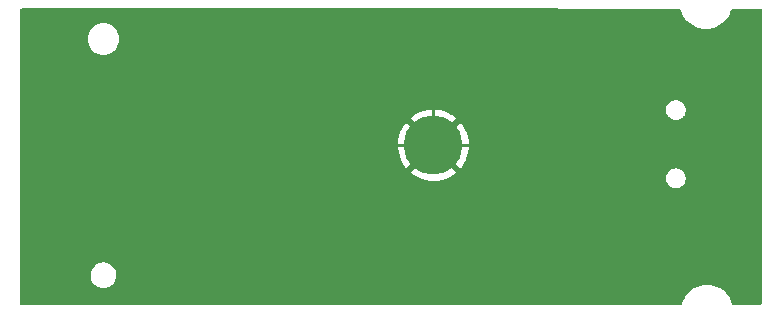
<source format=gbr>
%TF.GenerationSoftware,KiCad,Pcbnew,(6.0.1)*%
%TF.CreationDate,2022-03-02T01:05:38-06:00*%
%TF.ProjectId,m2-USBC-Adapter-Rev2,6d322d55-5342-4432-9d41-646170746572,rev?*%
%TF.SameCoordinates,Original*%
%TF.FileFunction,Copper,L2,Bot*%
%TF.FilePolarity,Positive*%
%FSLAX46Y46*%
G04 Gerber Fmt 4.6, Leading zero omitted, Abs format (unit mm)*
G04 Created by KiCad (PCBNEW (6.0.1)) date 2022-03-02 01:05:38*
%MOMM*%
%LPD*%
G01*
G04 APERTURE LIST*
%TA.AperFunction,ComponentPad*%
%ADD10C,5.000000*%
%TD*%
%TA.AperFunction,ViaPad*%
%ADD11C,0.800000*%
%TD*%
%TA.AperFunction,Conductor*%
%ADD12C,0.254000*%
%TD*%
G04 APERTURE END LIST*
D10*
%TO.P,H1,1,1*%
%TO.N,GND*%
X222972155Y-54377844D03*
%TD*%
D11*
%TO.N,GND*%
X227150000Y-61200000D03*
X202250000Y-54400000D03*
X246935655Y-54114345D03*
X242250000Y-46900000D03*
X223150000Y-44600000D03*
X211150000Y-49200000D03*
X239350000Y-59700000D03*
X211350000Y-61600000D03*
%TD*%
D12*
%TO.N,GND*%
X218572156Y-54377844D02*
X211350000Y-61600000D01*
X222972155Y-44777845D02*
X223150000Y-44600000D01*
X222972155Y-54377844D02*
X222972155Y-44777845D01*
X222972155Y-54377844D02*
X218572156Y-54377844D01*
X234027844Y-54377844D02*
X239350000Y-59700000D01*
X222972155Y-54377844D02*
X227150000Y-58555689D01*
X216327844Y-54377844D02*
X211150000Y-49200000D01*
X227150000Y-58555689D02*
X227150000Y-61200000D01*
X222972155Y-54377844D02*
X216327844Y-54377844D01*
X222972155Y-54377844D02*
X202172156Y-54377844D01*
X222972155Y-54377844D02*
X234027844Y-54377844D01*
%TD*%
%TA.AperFunction,Conductor*%
%TO.N,GND*%
G36*
X243800342Y-42807419D02*
G01*
X243868442Y-42827493D01*
X243914878Y-42881198D01*
X243919522Y-42892917D01*
X244005697Y-43146778D01*
X244007518Y-43150471D01*
X244007519Y-43150473D01*
X244038416Y-43213125D01*
X244133713Y-43406369D01*
X244294517Y-43647030D01*
X244297231Y-43650124D01*
X244297235Y-43650130D01*
X244482649Y-43861553D01*
X244485358Y-43864642D01*
X244488447Y-43867351D01*
X244699870Y-44052765D01*
X244699876Y-44052769D01*
X244702970Y-44055483D01*
X244943631Y-44216287D01*
X244947330Y-44218111D01*
X244947335Y-44218114D01*
X245199527Y-44342481D01*
X245203222Y-44344303D01*
X245207120Y-44345626D01*
X245207122Y-44345627D01*
X245473391Y-44436014D01*
X245473395Y-44436015D01*
X245477301Y-44437341D01*
X245481345Y-44438145D01*
X245481351Y-44438147D01*
X245757137Y-44493004D01*
X245757140Y-44493004D01*
X245761180Y-44493808D01*
X245765291Y-44494077D01*
X245765295Y-44494078D01*
X246019593Y-44510745D01*
X246037566Y-44511923D01*
X246045881Y-44512468D01*
X246050000Y-44512738D01*
X246054119Y-44512468D01*
X246062435Y-44511923D01*
X246080407Y-44510745D01*
X246334705Y-44494078D01*
X246334709Y-44494077D01*
X246338820Y-44493808D01*
X246342860Y-44493004D01*
X246342863Y-44493004D01*
X246618649Y-44438147D01*
X246618655Y-44438145D01*
X246622699Y-44437341D01*
X246626605Y-44436015D01*
X246626609Y-44436014D01*
X246892878Y-44345627D01*
X246892880Y-44345626D01*
X246896778Y-44344303D01*
X246900473Y-44342481D01*
X247152665Y-44218114D01*
X247152670Y-44218111D01*
X247156369Y-44216287D01*
X247397030Y-44055483D01*
X247400124Y-44052769D01*
X247400130Y-44052765D01*
X247611553Y-43867351D01*
X247614642Y-43864642D01*
X247617351Y-43861553D01*
X247802765Y-43650130D01*
X247802769Y-43650124D01*
X247805483Y-43647030D01*
X247966287Y-43406369D01*
X248061585Y-43213125D01*
X248092481Y-43150473D01*
X248092482Y-43150471D01*
X248094303Y-43146778D01*
X248095627Y-43142878D01*
X248095629Y-43142874D01*
X248181452Y-42890047D01*
X248222289Y-42831970D01*
X248288042Y-42805192D01*
X248299972Y-42804550D01*
X250637362Y-42789847D01*
X250705608Y-42809421D01*
X250752437Y-42862783D01*
X250764155Y-42915845D01*
X250764155Y-67747935D01*
X250744153Y-67816056D01*
X250690497Y-67862549D01*
X250638971Y-67873932D01*
X248399200Y-67888433D01*
X248330951Y-67868873D01*
X248284112Y-67815519D01*
X248279071Y-67802938D01*
X248195627Y-67557122D01*
X248195626Y-67557120D01*
X248194303Y-67553222D01*
X248192481Y-67549527D01*
X248068114Y-67297335D01*
X248068111Y-67297330D01*
X248066287Y-67293631D01*
X247905483Y-67052970D01*
X247902769Y-67049876D01*
X247902765Y-67049870D01*
X247717351Y-66838447D01*
X247714642Y-66835358D01*
X247711553Y-66832649D01*
X247500130Y-66647235D01*
X247500124Y-66647231D01*
X247497030Y-66644517D01*
X247256369Y-66483713D01*
X247252670Y-66481889D01*
X247252665Y-66481886D01*
X247000473Y-66357519D01*
X247000471Y-66357518D01*
X246996778Y-66355697D01*
X246939964Y-66336411D01*
X246726609Y-66263986D01*
X246726605Y-66263985D01*
X246722699Y-66262659D01*
X246718655Y-66261855D01*
X246718649Y-66261853D01*
X246442863Y-66206996D01*
X246442860Y-66206996D01*
X246438820Y-66206192D01*
X246434709Y-66205923D01*
X246434705Y-66205922D01*
X246154119Y-66187532D01*
X246150000Y-66187262D01*
X246145881Y-66187532D01*
X245865295Y-66205922D01*
X245865291Y-66205923D01*
X245861180Y-66206192D01*
X245857140Y-66206996D01*
X245857137Y-66206996D01*
X245581351Y-66261853D01*
X245581345Y-66261855D01*
X245577301Y-66262659D01*
X245573395Y-66263985D01*
X245573391Y-66263986D01*
X245360036Y-66336411D01*
X245303222Y-66355697D01*
X245299529Y-66357518D01*
X245299527Y-66357519D01*
X245047335Y-66481886D01*
X245047330Y-66481889D01*
X245043631Y-66483713D01*
X244802970Y-66644517D01*
X244799876Y-66647231D01*
X244799870Y-66647235D01*
X244588447Y-66832649D01*
X244585358Y-66835358D01*
X244582649Y-66838447D01*
X244397235Y-67049870D01*
X244397231Y-67049876D01*
X244394517Y-67052970D01*
X244233713Y-67293631D01*
X244231889Y-67297330D01*
X244231886Y-67297335D01*
X244107519Y-67549527D01*
X244105697Y-67553222D01*
X244104374Y-67557120D01*
X244104373Y-67557122D01*
X244019792Y-67806287D01*
X243978955Y-67864363D01*
X243913202Y-67891141D01*
X243900430Y-67891785D01*
X188106106Y-67870052D01*
X188037993Y-67850023D01*
X187991521Y-67796350D01*
X187980155Y-67744052D01*
X187980155Y-65314675D01*
X193945026Y-65314675D01*
X193954586Y-65521205D01*
X194003026Y-65722201D01*
X194088600Y-65910412D01*
X194208220Y-66079045D01*
X194212543Y-66083183D01*
X194212547Y-66083188D01*
X194340757Y-66205922D01*
X194357570Y-66222017D01*
X194362609Y-66225271D01*
X194362612Y-66225273D01*
X194453206Y-66283768D01*
X194531261Y-66334167D01*
X194536824Y-66336409D01*
X194536828Y-66336411D01*
X194717456Y-66409206D01*
X194717459Y-66409207D01*
X194723025Y-66411450D01*
X194823716Y-66431113D01*
X194921497Y-66450209D01*
X194921500Y-66450209D01*
X194925943Y-66451077D01*
X194931402Y-66451344D01*
X195083806Y-66451344D01*
X195237972Y-66436635D01*
X195436362Y-66378434D01*
X195480509Y-66355697D01*
X195614837Y-66286514D01*
X195614840Y-66286512D01*
X195620168Y-66283768D01*
X195782756Y-66156053D01*
X195918261Y-65999897D01*
X196021793Y-65820936D01*
X196089616Y-65625625D01*
X196119284Y-65421013D01*
X196109724Y-65214483D01*
X196061284Y-65013487D01*
X195975710Y-64825276D01*
X195856090Y-64656643D01*
X195851767Y-64652505D01*
X195851763Y-64652500D01*
X195711073Y-64517819D01*
X195706740Y-64513671D01*
X195701701Y-64510417D01*
X195701698Y-64510415D01*
X195538090Y-64404776D01*
X195538091Y-64404776D01*
X195533049Y-64401521D01*
X195527486Y-64399279D01*
X195527482Y-64399277D01*
X195346854Y-64326482D01*
X195346851Y-64326481D01*
X195341285Y-64324238D01*
X195220969Y-64300742D01*
X195142813Y-64285479D01*
X195142810Y-64285479D01*
X195138367Y-64284611D01*
X195132908Y-64284344D01*
X194980504Y-64284344D01*
X194826338Y-64299053D01*
X194627948Y-64357254D01*
X194622621Y-64359998D01*
X194622620Y-64359998D01*
X194449473Y-64449174D01*
X194449470Y-64449176D01*
X194444142Y-64451920D01*
X194281554Y-64579635D01*
X194146049Y-64735791D01*
X194042517Y-64914752D01*
X193974694Y-65110063D01*
X193973833Y-65115998D01*
X193973833Y-65116000D01*
X193960399Y-65208655D01*
X193945026Y-65314675D01*
X187980155Y-65314675D01*
X187980155Y-56679525D01*
X221036015Y-56679525D01*
X221036033Y-56679777D01*
X221041948Y-56688521D01*
X221073266Y-56717018D01*
X221078903Y-56721582D01*
X221354699Y-56919762D01*
X221360837Y-56923657D01*
X221657590Y-57088828D01*
X221664110Y-57091980D01*
X221977893Y-57221953D01*
X221984744Y-57224339D01*
X222311367Y-57317380D01*
X222318456Y-57318964D01*
X222653620Y-57373850D01*
X222660826Y-57374607D01*
X223000081Y-57390606D01*
X223007331Y-57390530D01*
X223346165Y-57367431D01*
X223353374Y-57366520D01*
X223687315Y-57304628D01*
X223694345Y-57302901D01*
X224018974Y-57203031D01*
X224025752Y-57200511D01*
X224206788Y-57121042D01*
X242668547Y-57121042D01*
X242668904Y-57127859D01*
X242668904Y-57127863D01*
X242676716Y-57276916D01*
X242678025Y-57301891D01*
X242679836Y-57308464D01*
X242679836Y-57308467D01*
X242702440Y-57390530D01*
X242726116Y-57476485D01*
X242810577Y-57636680D01*
X242814982Y-57641893D01*
X242814985Y-57641897D01*
X242923061Y-57769787D01*
X242923065Y-57769791D01*
X242927468Y-57775001D01*
X242932892Y-57779148D01*
X242932893Y-57779149D01*
X243065912Y-57880850D01*
X243065916Y-57880853D01*
X243071333Y-57884994D01*
X243158027Y-57925420D01*
X243229286Y-57958649D01*
X243229289Y-57958650D01*
X243235463Y-57961529D01*
X243242111Y-57963015D01*
X243242114Y-57963016D01*
X243348076Y-57986701D01*
X243412198Y-58001034D01*
X243417743Y-58001344D01*
X243550899Y-58001344D01*
X243685692Y-57986701D01*
X243803845Y-57946938D01*
X243850859Y-57931116D01*
X243850861Y-57931115D01*
X243857330Y-57928938D01*
X244012560Y-57835667D01*
X244017517Y-57830979D01*
X244017520Y-57830977D01*
X244139182Y-57715926D01*
X244139184Y-57715924D01*
X244144140Y-57711237D01*
X244147972Y-57705599D01*
X244147975Y-57705595D01*
X244242097Y-57567099D01*
X244245932Y-57561456D01*
X244313185Y-57393310D01*
X244314299Y-57386582D01*
X244314300Y-57386578D01*
X244341648Y-57221383D01*
X244341648Y-57221380D01*
X244342763Y-57214646D01*
X244342155Y-57203031D01*
X244333642Y-57040610D01*
X244333285Y-57033797D01*
X244309959Y-56949110D01*
X244287007Y-56865785D01*
X244285194Y-56859203D01*
X244200733Y-56699008D01*
X244196328Y-56693795D01*
X244196325Y-56693791D01*
X244088249Y-56565901D01*
X244088245Y-56565897D01*
X244083842Y-56560687D01*
X244078417Y-56556539D01*
X243945398Y-56454838D01*
X243945394Y-56454835D01*
X243939977Y-56450694D01*
X243834841Y-56401669D01*
X243782024Y-56377039D01*
X243782021Y-56377038D01*
X243775847Y-56374159D01*
X243769199Y-56372673D01*
X243769196Y-56372672D01*
X243604149Y-56335780D01*
X243604150Y-56335780D01*
X243599112Y-56334654D01*
X243593567Y-56334344D01*
X243460411Y-56334344D01*
X243325618Y-56348987D01*
X243242264Y-56377039D01*
X243160451Y-56404572D01*
X243160449Y-56404573D01*
X243153980Y-56406750D01*
X242998750Y-56500021D01*
X242993793Y-56504709D01*
X242993790Y-56504711D01*
X242938984Y-56556539D01*
X242867170Y-56624451D01*
X242863338Y-56630089D01*
X242863335Y-56630093D01*
X242812395Y-56705049D01*
X242765378Y-56774232D01*
X242698125Y-56942378D01*
X242697011Y-56949106D01*
X242697010Y-56949110D01*
X242678535Y-57060708D01*
X242668547Y-57121042D01*
X224206788Y-57121042D01*
X224336758Y-57063989D01*
X224343198Y-57060708D01*
X224636448Y-56889346D01*
X224642481Y-56885337D01*
X224900983Y-56691249D01*
X224909437Y-56679922D01*
X224902692Y-56667592D01*
X222984965Y-54749864D01*
X222971024Y-54742252D01*
X222969189Y-54742383D01*
X222962575Y-54746634D01*
X221043629Y-56665581D01*
X221036015Y-56679525D01*
X187980155Y-56679525D01*
X187980155Y-54286831D01*
X219960639Y-54286831D01*
X219969529Y-54626349D01*
X219970135Y-54633565D01*
X220017990Y-54969807D01*
X220019424Y-54976918D01*
X220105610Y-55305439D01*
X220107847Y-55312322D01*
X220231219Y-55628758D01*
X220234236Y-55635347D01*
X220393157Y-55935496D01*
X220396916Y-55941704D01*
X220589284Y-56221601D01*
X220593729Y-56227330D01*
X220660898Y-56304328D01*
X220674072Y-56312732D01*
X220683924Y-56306864D01*
X222600135Y-54390654D01*
X222606512Y-54378975D01*
X223336563Y-54378975D01*
X223336694Y-54380810D01*
X223340945Y-54387424D01*
X225258423Y-56304901D01*
X225271777Y-56312193D01*
X225281749Y-56305139D01*
X225388796Y-56177111D01*
X225393112Y-56171300D01*
X225579587Y-55887419D01*
X225583201Y-55881157D01*
X225735813Y-55577726D01*
X225738685Y-55571088D01*
X225855404Y-55252137D01*
X225857500Y-55245195D01*
X225936786Y-54914947D01*
X225938070Y-54907808D01*
X225978971Y-54569817D01*
X225979395Y-54564247D01*
X225985165Y-54380641D01*
X225985092Y-54375048D01*
X225965493Y-54035147D01*
X225964661Y-54027957D01*
X225906268Y-53693373D01*
X225904613Y-53686318D01*
X225808153Y-53360678D01*
X225805695Y-53353850D01*
X225672445Y-53041452D01*
X225669228Y-53034969D01*
X225500943Y-52739933D01*
X225497011Y-52733878D01*
X225295929Y-52460139D01*
X225291321Y-52454570D01*
X225285985Y-52448828D01*
X225272333Y-52440710D01*
X225271725Y-52440731D01*
X225263247Y-52445963D01*
X223344175Y-54365034D01*
X223336563Y-54378975D01*
X222606512Y-54378975D01*
X222607747Y-54376713D01*
X222607616Y-54374878D01*
X222603365Y-54368264D01*
X220684529Y-52449429D01*
X220671736Y-52442443D01*
X220660982Y-52450308D01*
X220500192Y-52655371D01*
X220496057Y-52661320D01*
X220318595Y-52950912D01*
X220315174Y-52957291D01*
X220172171Y-53265366D01*
X220169511Y-53272085D01*
X220062866Y-53594551D01*
X220060989Y-53601555D01*
X219992116Y-53934132D01*
X219991059Y-53941293D01*
X219960867Y-54279579D01*
X219960639Y-54286831D01*
X187980155Y-54286831D01*
X187980155Y-52078892D01*
X221037287Y-52078892D01*
X221043682Y-52090160D01*
X222959345Y-54005824D01*
X222973286Y-54013436D01*
X222975121Y-54013305D01*
X222981735Y-54009054D01*
X224899229Y-52091560D01*
X224906621Y-52078023D01*
X224899834Y-52068323D01*
X224796631Y-51980179D01*
X224790859Y-51975797D01*
X224508951Y-51786363D01*
X224502730Y-51782683D01*
X224200912Y-51626904D01*
X224194301Y-51623960D01*
X223876594Y-51503909D01*
X223869668Y-51501738D01*
X223540267Y-51418999D01*
X223533160Y-51417643D01*
X223196433Y-51373312D01*
X223189191Y-51372781D01*
X222849622Y-51367446D01*
X222842360Y-51367750D01*
X222504411Y-51401482D01*
X222497263Y-51402614D01*
X222165418Y-51474968D01*
X222158440Y-51476916D01*
X221837115Y-51586930D01*
X221830408Y-51589667D01*
X221523862Y-51735883D01*
X221517504Y-51739378D01*
X221229809Y-51919849D01*
X221223886Y-51924058D01*
X221045756Y-52066767D01*
X221037287Y-52078892D01*
X187980155Y-52078892D01*
X187980155Y-51341042D01*
X242668547Y-51341042D01*
X242668904Y-51347859D01*
X242668904Y-51347863D01*
X242673806Y-51441383D01*
X242678025Y-51521891D01*
X242679836Y-51528464D01*
X242679836Y-51528467D01*
X242703206Y-51613310D01*
X242726116Y-51696485D01*
X242810577Y-51856680D01*
X242814982Y-51861893D01*
X242814985Y-51861897D01*
X242923061Y-51989787D01*
X242923065Y-51989791D01*
X242927468Y-51995001D01*
X242932892Y-51999148D01*
X242932893Y-51999149D01*
X243065912Y-52100850D01*
X243065916Y-52100853D01*
X243071333Y-52104994D01*
X243158027Y-52145420D01*
X243229286Y-52178649D01*
X243229289Y-52178650D01*
X243235463Y-52181529D01*
X243242111Y-52183015D01*
X243242114Y-52183016D01*
X243348076Y-52206701D01*
X243412198Y-52221034D01*
X243417743Y-52221344D01*
X243550899Y-52221344D01*
X243685692Y-52206701D01*
X243803845Y-52166938D01*
X243850859Y-52151116D01*
X243850861Y-52151115D01*
X243857330Y-52148938D01*
X244012560Y-52055667D01*
X244017517Y-52050979D01*
X244017520Y-52050977D01*
X244139182Y-51935926D01*
X244139184Y-51935924D01*
X244144140Y-51931237D01*
X244147972Y-51925599D01*
X244147975Y-51925595D01*
X244242097Y-51787099D01*
X244245932Y-51781456D01*
X244313185Y-51613310D01*
X244314299Y-51606582D01*
X244314300Y-51606578D01*
X244341648Y-51441383D01*
X244341648Y-51441380D01*
X244342763Y-51434646D01*
X244341085Y-51402614D01*
X244333642Y-51260610D01*
X244333285Y-51253797D01*
X244309959Y-51169110D01*
X244287007Y-51085785D01*
X244285194Y-51079203D01*
X244200733Y-50919008D01*
X244196328Y-50913795D01*
X244196325Y-50913791D01*
X244088249Y-50785901D01*
X244088245Y-50785897D01*
X244083842Y-50780687D01*
X244078417Y-50776539D01*
X243945398Y-50674838D01*
X243945394Y-50674835D01*
X243939977Y-50670694D01*
X243834841Y-50621669D01*
X243782024Y-50597039D01*
X243782021Y-50597038D01*
X243775847Y-50594159D01*
X243769199Y-50592673D01*
X243769196Y-50592672D01*
X243604149Y-50555780D01*
X243604150Y-50555780D01*
X243599112Y-50554654D01*
X243593567Y-50554344D01*
X243460411Y-50554344D01*
X243325618Y-50568987D01*
X243242264Y-50597039D01*
X243160451Y-50624572D01*
X243160449Y-50624573D01*
X243153980Y-50626750D01*
X242998750Y-50720021D01*
X242993793Y-50724709D01*
X242993790Y-50724711D01*
X242938984Y-50776539D01*
X242867170Y-50844451D01*
X242863338Y-50850089D01*
X242863335Y-50850093D01*
X242812395Y-50925049D01*
X242765378Y-50994232D01*
X242698125Y-51162378D01*
X242697011Y-51169106D01*
X242697010Y-51169110D01*
X242669662Y-51334305D01*
X242668547Y-51341042D01*
X187980155Y-51341042D01*
X187980155Y-45367844D01*
X193693561Y-45367844D01*
X193713897Y-45600288D01*
X193774288Y-45825670D01*
X193776610Y-45830650D01*
X193776611Y-45830652D01*
X193870573Y-46032154D01*
X193870576Y-46032159D01*
X193872899Y-46037141D01*
X194006733Y-46228276D01*
X194171723Y-46393266D01*
X194176231Y-46396423D01*
X194176234Y-46396425D01*
X194358349Y-46523943D01*
X194362858Y-46527100D01*
X194367840Y-46529423D01*
X194367845Y-46529426D01*
X194569347Y-46623388D01*
X194574329Y-46625711D01*
X194579637Y-46627133D01*
X194579639Y-46627134D01*
X194650208Y-46646043D01*
X194799711Y-46686102D01*
X194891009Y-46694089D01*
X194971205Y-46701106D01*
X194971214Y-46701106D01*
X194973930Y-46701344D01*
X195090380Y-46701344D01*
X195093096Y-46701106D01*
X195093105Y-46701106D01*
X195173301Y-46694089D01*
X195264599Y-46686102D01*
X195414102Y-46646043D01*
X195484671Y-46627134D01*
X195484673Y-46627133D01*
X195489981Y-46625711D01*
X195494963Y-46623388D01*
X195696465Y-46529426D01*
X195696470Y-46529423D01*
X195701452Y-46527100D01*
X195705961Y-46523943D01*
X195888076Y-46396425D01*
X195888079Y-46396423D01*
X195892587Y-46393266D01*
X196057577Y-46228276D01*
X196191411Y-46037141D01*
X196193734Y-46032159D01*
X196193737Y-46032154D01*
X196287699Y-45830652D01*
X196287700Y-45830650D01*
X196290022Y-45825670D01*
X196350413Y-45600288D01*
X196370749Y-45367844D01*
X196350413Y-45135400D01*
X196290022Y-44910018D01*
X196287699Y-44905036D01*
X196193737Y-44703534D01*
X196193734Y-44703529D01*
X196191411Y-44698547D01*
X196188254Y-44694038D01*
X196060736Y-44511923D01*
X196060734Y-44511920D01*
X196057577Y-44507412D01*
X195892587Y-44342422D01*
X195888079Y-44339265D01*
X195888076Y-44339263D01*
X195705961Y-44211745D01*
X195705959Y-44211744D01*
X195701452Y-44208588D01*
X195696470Y-44206265D01*
X195696465Y-44206262D01*
X195494963Y-44112300D01*
X195494961Y-44112299D01*
X195489981Y-44109977D01*
X195484673Y-44108555D01*
X195484671Y-44108554D01*
X195414102Y-44089645D01*
X195264599Y-44049586D01*
X195173301Y-44041599D01*
X195093105Y-44034582D01*
X195093096Y-44034582D01*
X195090380Y-44034344D01*
X194973930Y-44034344D01*
X194971214Y-44034582D01*
X194971205Y-44034582D01*
X194891009Y-44041599D01*
X194799711Y-44049586D01*
X194650208Y-44089645D01*
X194579639Y-44108554D01*
X194579637Y-44108555D01*
X194574329Y-44109977D01*
X194569349Y-44112299D01*
X194569347Y-44112300D01*
X194367845Y-44206262D01*
X194367840Y-44206265D01*
X194362858Y-44208588D01*
X194358351Y-44211744D01*
X194358349Y-44211745D01*
X194176234Y-44339263D01*
X194176231Y-44339265D01*
X194171723Y-44342422D01*
X194006733Y-44507412D01*
X194003576Y-44511920D01*
X194003574Y-44511923D01*
X193876056Y-44694038D01*
X193872899Y-44698547D01*
X193870576Y-44703529D01*
X193870573Y-44703534D01*
X193776611Y-44905036D01*
X193774288Y-44910018D01*
X193713897Y-45135400D01*
X193693561Y-45367844D01*
X187980155Y-45367844D01*
X187980155Y-42911844D01*
X188000157Y-42843723D01*
X188053813Y-42797230D01*
X188106155Y-42785844D01*
X223371808Y-42785844D01*
X243800342Y-42807419D01*
G37*
%TD.AperFunction*%
%TD*%
%TA.AperFunction,Conductor*%
%TO.N,GND*%
G36*
X243800342Y-42807419D02*
G01*
X243868442Y-42827493D01*
X243914878Y-42881198D01*
X243919522Y-42892917D01*
X244005697Y-43146778D01*
X244007518Y-43150471D01*
X244007519Y-43150473D01*
X244038416Y-43213125D01*
X244133713Y-43406369D01*
X244294517Y-43647030D01*
X244297231Y-43650124D01*
X244297235Y-43650130D01*
X244482649Y-43861553D01*
X244485358Y-43864642D01*
X244488447Y-43867351D01*
X244699870Y-44052765D01*
X244699876Y-44052769D01*
X244702970Y-44055483D01*
X244943631Y-44216287D01*
X244947330Y-44218111D01*
X244947335Y-44218114D01*
X245199527Y-44342481D01*
X245203222Y-44344303D01*
X245207120Y-44345626D01*
X245207122Y-44345627D01*
X245473391Y-44436014D01*
X245473395Y-44436015D01*
X245477301Y-44437341D01*
X245481345Y-44438145D01*
X245481351Y-44438147D01*
X245757137Y-44493004D01*
X245757140Y-44493004D01*
X245761180Y-44493808D01*
X245765291Y-44494077D01*
X245765295Y-44494078D01*
X246019593Y-44510745D01*
X246037566Y-44511923D01*
X246045881Y-44512468D01*
X246050000Y-44512738D01*
X246054119Y-44512468D01*
X246062435Y-44511923D01*
X246080407Y-44510745D01*
X246334705Y-44494078D01*
X246334709Y-44494077D01*
X246338820Y-44493808D01*
X246342860Y-44493004D01*
X246342863Y-44493004D01*
X246618649Y-44438147D01*
X246618655Y-44438145D01*
X246622699Y-44437341D01*
X246626605Y-44436015D01*
X246626609Y-44436014D01*
X246892878Y-44345627D01*
X246892880Y-44345626D01*
X246896778Y-44344303D01*
X246900473Y-44342481D01*
X247152665Y-44218114D01*
X247152670Y-44218111D01*
X247156369Y-44216287D01*
X247397030Y-44055483D01*
X247400124Y-44052769D01*
X247400130Y-44052765D01*
X247611553Y-43867351D01*
X247614642Y-43864642D01*
X247617351Y-43861553D01*
X247802765Y-43650130D01*
X247802769Y-43650124D01*
X247805483Y-43647030D01*
X247966287Y-43406369D01*
X248061585Y-43213125D01*
X248092481Y-43150473D01*
X248092482Y-43150471D01*
X248094303Y-43146778D01*
X248095627Y-43142878D01*
X248095629Y-43142874D01*
X248181452Y-42890047D01*
X248222289Y-42831970D01*
X248288042Y-42805192D01*
X248299972Y-42804550D01*
X250637362Y-42789847D01*
X250705608Y-42809421D01*
X250752437Y-42862783D01*
X250764155Y-42915845D01*
X250764155Y-67747935D01*
X250744153Y-67816056D01*
X250690497Y-67862549D01*
X250638971Y-67873932D01*
X248399200Y-67888433D01*
X248330951Y-67868873D01*
X248284112Y-67815519D01*
X248279071Y-67802938D01*
X248195627Y-67557122D01*
X248195626Y-67557120D01*
X248194303Y-67553222D01*
X248192481Y-67549527D01*
X248068114Y-67297335D01*
X248068111Y-67297330D01*
X248066287Y-67293631D01*
X247905483Y-67052970D01*
X247902769Y-67049876D01*
X247902765Y-67049870D01*
X247717351Y-66838447D01*
X247714642Y-66835358D01*
X247711553Y-66832649D01*
X247500130Y-66647235D01*
X247500124Y-66647231D01*
X247497030Y-66644517D01*
X247256369Y-66483713D01*
X247252670Y-66481889D01*
X247252665Y-66481886D01*
X247000473Y-66357519D01*
X247000471Y-66357518D01*
X246996778Y-66355697D01*
X246939964Y-66336411D01*
X246726609Y-66263986D01*
X246726605Y-66263985D01*
X246722699Y-66262659D01*
X246718655Y-66261855D01*
X246718649Y-66261853D01*
X246442863Y-66206996D01*
X246442860Y-66206996D01*
X246438820Y-66206192D01*
X246434709Y-66205923D01*
X246434705Y-66205922D01*
X246154119Y-66187532D01*
X246150000Y-66187262D01*
X246145881Y-66187532D01*
X245865295Y-66205922D01*
X245865291Y-66205923D01*
X245861180Y-66206192D01*
X245857140Y-66206996D01*
X245857137Y-66206996D01*
X245581351Y-66261853D01*
X245581345Y-66261855D01*
X245577301Y-66262659D01*
X245573395Y-66263985D01*
X245573391Y-66263986D01*
X245360036Y-66336411D01*
X245303222Y-66355697D01*
X245299529Y-66357518D01*
X245299527Y-66357519D01*
X245047335Y-66481886D01*
X245047330Y-66481889D01*
X245043631Y-66483713D01*
X244802970Y-66644517D01*
X244799876Y-66647231D01*
X244799870Y-66647235D01*
X244588447Y-66832649D01*
X244585358Y-66835358D01*
X244582649Y-66838447D01*
X244397235Y-67049870D01*
X244397231Y-67049876D01*
X244394517Y-67052970D01*
X244233713Y-67293631D01*
X244231889Y-67297330D01*
X244231886Y-67297335D01*
X244107519Y-67549527D01*
X244105697Y-67553222D01*
X244104374Y-67557120D01*
X244104373Y-67557122D01*
X244019792Y-67806287D01*
X243978955Y-67864363D01*
X243913202Y-67891141D01*
X243900430Y-67891785D01*
X188106106Y-67870052D01*
X188037993Y-67850023D01*
X187991521Y-67796350D01*
X187980155Y-67744052D01*
X187980155Y-65314675D01*
X193945026Y-65314675D01*
X193954586Y-65521205D01*
X194003026Y-65722201D01*
X194088600Y-65910412D01*
X194208220Y-66079045D01*
X194212543Y-66083183D01*
X194212547Y-66083188D01*
X194340757Y-66205922D01*
X194357570Y-66222017D01*
X194362609Y-66225271D01*
X194362612Y-66225273D01*
X194453206Y-66283768D01*
X194531261Y-66334167D01*
X194536824Y-66336409D01*
X194536828Y-66336411D01*
X194717456Y-66409206D01*
X194717459Y-66409207D01*
X194723025Y-66411450D01*
X194823716Y-66431113D01*
X194921497Y-66450209D01*
X194921500Y-66450209D01*
X194925943Y-66451077D01*
X194931402Y-66451344D01*
X195083806Y-66451344D01*
X195237972Y-66436635D01*
X195436362Y-66378434D01*
X195480509Y-66355697D01*
X195614837Y-66286514D01*
X195614840Y-66286512D01*
X195620168Y-66283768D01*
X195782756Y-66156053D01*
X195918261Y-65999897D01*
X196021793Y-65820936D01*
X196089616Y-65625625D01*
X196119284Y-65421013D01*
X196109724Y-65214483D01*
X196061284Y-65013487D01*
X195975710Y-64825276D01*
X195856090Y-64656643D01*
X195851767Y-64652505D01*
X195851763Y-64652500D01*
X195711073Y-64517819D01*
X195706740Y-64513671D01*
X195701701Y-64510417D01*
X195701698Y-64510415D01*
X195538090Y-64404776D01*
X195538091Y-64404776D01*
X195533049Y-64401521D01*
X195527486Y-64399279D01*
X195527482Y-64399277D01*
X195346854Y-64326482D01*
X195346851Y-64326481D01*
X195341285Y-64324238D01*
X195220969Y-64300742D01*
X195142813Y-64285479D01*
X195142810Y-64285479D01*
X195138367Y-64284611D01*
X195132908Y-64284344D01*
X194980504Y-64284344D01*
X194826338Y-64299053D01*
X194627948Y-64357254D01*
X194622621Y-64359998D01*
X194622620Y-64359998D01*
X194449473Y-64449174D01*
X194449470Y-64449176D01*
X194444142Y-64451920D01*
X194281554Y-64579635D01*
X194146049Y-64735791D01*
X194042517Y-64914752D01*
X193974694Y-65110063D01*
X193973833Y-65115998D01*
X193973833Y-65116000D01*
X193960399Y-65208655D01*
X193945026Y-65314675D01*
X187980155Y-65314675D01*
X187980155Y-56679525D01*
X221036015Y-56679525D01*
X221036033Y-56679777D01*
X221041948Y-56688521D01*
X221073266Y-56717018D01*
X221078903Y-56721582D01*
X221354699Y-56919762D01*
X221360837Y-56923657D01*
X221657590Y-57088828D01*
X221664110Y-57091980D01*
X221977893Y-57221953D01*
X221984744Y-57224339D01*
X222311367Y-57317380D01*
X222318456Y-57318964D01*
X222653620Y-57373850D01*
X222660826Y-57374607D01*
X223000081Y-57390606D01*
X223007331Y-57390530D01*
X223346165Y-57367431D01*
X223353374Y-57366520D01*
X223687315Y-57304628D01*
X223694345Y-57302901D01*
X224018974Y-57203031D01*
X224025752Y-57200511D01*
X224206788Y-57121042D01*
X242668547Y-57121042D01*
X242668904Y-57127859D01*
X242668904Y-57127863D01*
X242676716Y-57276916D01*
X242678025Y-57301891D01*
X242679836Y-57308464D01*
X242679836Y-57308467D01*
X242702440Y-57390530D01*
X242726116Y-57476485D01*
X242810577Y-57636680D01*
X242814982Y-57641893D01*
X242814985Y-57641897D01*
X242923061Y-57769787D01*
X242923065Y-57769791D01*
X242927468Y-57775001D01*
X242932892Y-57779148D01*
X242932893Y-57779149D01*
X243065912Y-57880850D01*
X243065916Y-57880853D01*
X243071333Y-57884994D01*
X243158027Y-57925420D01*
X243229286Y-57958649D01*
X243229289Y-57958650D01*
X243235463Y-57961529D01*
X243242111Y-57963015D01*
X243242114Y-57963016D01*
X243348076Y-57986701D01*
X243412198Y-58001034D01*
X243417743Y-58001344D01*
X243550899Y-58001344D01*
X243685692Y-57986701D01*
X243803845Y-57946938D01*
X243850859Y-57931116D01*
X243850861Y-57931115D01*
X243857330Y-57928938D01*
X244012560Y-57835667D01*
X244017517Y-57830979D01*
X244017520Y-57830977D01*
X244139182Y-57715926D01*
X244139184Y-57715924D01*
X244144140Y-57711237D01*
X244147972Y-57705599D01*
X244147975Y-57705595D01*
X244242097Y-57567099D01*
X244245932Y-57561456D01*
X244313185Y-57393310D01*
X244314299Y-57386582D01*
X244314300Y-57386578D01*
X244341648Y-57221383D01*
X244341648Y-57221380D01*
X244342763Y-57214646D01*
X244342155Y-57203031D01*
X244333642Y-57040610D01*
X244333285Y-57033797D01*
X244309959Y-56949110D01*
X244287007Y-56865785D01*
X244285194Y-56859203D01*
X244200733Y-56699008D01*
X244196328Y-56693795D01*
X244196325Y-56693791D01*
X244088249Y-56565901D01*
X244088245Y-56565897D01*
X244083842Y-56560687D01*
X244078417Y-56556539D01*
X243945398Y-56454838D01*
X243945394Y-56454835D01*
X243939977Y-56450694D01*
X243834841Y-56401669D01*
X243782024Y-56377039D01*
X243782021Y-56377038D01*
X243775847Y-56374159D01*
X243769199Y-56372673D01*
X243769196Y-56372672D01*
X243604149Y-56335780D01*
X243604150Y-56335780D01*
X243599112Y-56334654D01*
X243593567Y-56334344D01*
X243460411Y-56334344D01*
X243325618Y-56348987D01*
X243242264Y-56377039D01*
X243160451Y-56404572D01*
X243160449Y-56404573D01*
X243153980Y-56406750D01*
X242998750Y-56500021D01*
X242993793Y-56504709D01*
X242993790Y-56504711D01*
X242938984Y-56556539D01*
X242867170Y-56624451D01*
X242863338Y-56630089D01*
X242863335Y-56630093D01*
X242812395Y-56705049D01*
X242765378Y-56774232D01*
X242698125Y-56942378D01*
X242697011Y-56949106D01*
X242697010Y-56949110D01*
X242678535Y-57060708D01*
X242668547Y-57121042D01*
X224206788Y-57121042D01*
X224336758Y-57063989D01*
X224343198Y-57060708D01*
X224636448Y-56889346D01*
X224642481Y-56885337D01*
X224900983Y-56691249D01*
X224909437Y-56679922D01*
X224902692Y-56667592D01*
X222984965Y-54749864D01*
X222971024Y-54742252D01*
X222969189Y-54742383D01*
X222962575Y-54746634D01*
X221043629Y-56665581D01*
X221036015Y-56679525D01*
X187980155Y-56679525D01*
X187980155Y-54286831D01*
X219960639Y-54286831D01*
X219969529Y-54626349D01*
X219970135Y-54633565D01*
X220017990Y-54969807D01*
X220019424Y-54976918D01*
X220105610Y-55305439D01*
X220107847Y-55312322D01*
X220231219Y-55628758D01*
X220234236Y-55635347D01*
X220393157Y-55935496D01*
X220396916Y-55941704D01*
X220589284Y-56221601D01*
X220593729Y-56227330D01*
X220660898Y-56304328D01*
X220674072Y-56312732D01*
X220683924Y-56306864D01*
X222600135Y-54390654D01*
X222606512Y-54378975D01*
X223336563Y-54378975D01*
X223336694Y-54380810D01*
X223340945Y-54387424D01*
X225258423Y-56304901D01*
X225271777Y-56312193D01*
X225281749Y-56305139D01*
X225388796Y-56177111D01*
X225393112Y-56171300D01*
X225579587Y-55887419D01*
X225583201Y-55881157D01*
X225735813Y-55577726D01*
X225738685Y-55571088D01*
X225855404Y-55252137D01*
X225857500Y-55245195D01*
X225936786Y-54914947D01*
X225938070Y-54907808D01*
X225978971Y-54569817D01*
X225979395Y-54564247D01*
X225985165Y-54380641D01*
X225985092Y-54375048D01*
X225965493Y-54035147D01*
X225964661Y-54027957D01*
X225906268Y-53693373D01*
X225904613Y-53686318D01*
X225808153Y-53360678D01*
X225805695Y-53353850D01*
X225672445Y-53041452D01*
X225669228Y-53034969D01*
X225500943Y-52739933D01*
X225497011Y-52733878D01*
X225295929Y-52460139D01*
X225291321Y-52454570D01*
X225285985Y-52448828D01*
X225272333Y-52440710D01*
X225271725Y-52440731D01*
X225263247Y-52445963D01*
X223344175Y-54365034D01*
X223336563Y-54378975D01*
X222606512Y-54378975D01*
X222607747Y-54376713D01*
X222607616Y-54374878D01*
X222603365Y-54368264D01*
X220684529Y-52449429D01*
X220671736Y-52442443D01*
X220660982Y-52450308D01*
X220500192Y-52655371D01*
X220496057Y-52661320D01*
X220318595Y-52950912D01*
X220315174Y-52957291D01*
X220172171Y-53265366D01*
X220169511Y-53272085D01*
X220062866Y-53594551D01*
X220060989Y-53601555D01*
X219992116Y-53934132D01*
X219991059Y-53941293D01*
X219960867Y-54279579D01*
X219960639Y-54286831D01*
X187980155Y-54286831D01*
X187980155Y-52078892D01*
X221037287Y-52078892D01*
X221043682Y-52090160D01*
X222959345Y-54005824D01*
X222973286Y-54013436D01*
X222975121Y-54013305D01*
X222981735Y-54009054D01*
X224899229Y-52091560D01*
X224906621Y-52078023D01*
X224899834Y-52068323D01*
X224796631Y-51980179D01*
X224790859Y-51975797D01*
X224508951Y-51786363D01*
X224502730Y-51782683D01*
X224200912Y-51626904D01*
X224194301Y-51623960D01*
X223876594Y-51503909D01*
X223869668Y-51501738D01*
X223540267Y-51418999D01*
X223533160Y-51417643D01*
X223196433Y-51373312D01*
X223189191Y-51372781D01*
X222849622Y-51367446D01*
X222842360Y-51367750D01*
X222504411Y-51401482D01*
X222497263Y-51402614D01*
X222165418Y-51474968D01*
X222158440Y-51476916D01*
X221837115Y-51586930D01*
X221830408Y-51589667D01*
X221523862Y-51735883D01*
X221517504Y-51739378D01*
X221229809Y-51919849D01*
X221223886Y-51924058D01*
X221045756Y-52066767D01*
X221037287Y-52078892D01*
X187980155Y-52078892D01*
X187980155Y-51341042D01*
X242668547Y-51341042D01*
X242668904Y-51347859D01*
X242668904Y-51347863D01*
X242673806Y-51441383D01*
X242678025Y-51521891D01*
X242679836Y-51528464D01*
X242679836Y-51528467D01*
X242703206Y-51613310D01*
X242726116Y-51696485D01*
X242810577Y-51856680D01*
X242814982Y-51861893D01*
X242814985Y-51861897D01*
X242923061Y-51989787D01*
X242923065Y-51989791D01*
X242927468Y-51995001D01*
X242932892Y-51999148D01*
X242932893Y-51999149D01*
X243065912Y-52100850D01*
X243065916Y-52100853D01*
X243071333Y-52104994D01*
X243158027Y-52145420D01*
X243229286Y-52178649D01*
X243229289Y-52178650D01*
X243235463Y-52181529D01*
X243242111Y-52183015D01*
X243242114Y-52183016D01*
X243348076Y-52206701D01*
X243412198Y-52221034D01*
X243417743Y-52221344D01*
X243550899Y-52221344D01*
X243685692Y-52206701D01*
X243803845Y-52166938D01*
X243850859Y-52151116D01*
X243850861Y-52151115D01*
X243857330Y-52148938D01*
X244012560Y-52055667D01*
X244017517Y-52050979D01*
X244017520Y-52050977D01*
X244139182Y-51935926D01*
X244139184Y-51935924D01*
X244144140Y-51931237D01*
X244147972Y-51925599D01*
X244147975Y-51925595D01*
X244242097Y-51787099D01*
X244245932Y-51781456D01*
X244313185Y-51613310D01*
X244314299Y-51606582D01*
X244314300Y-51606578D01*
X244341648Y-51441383D01*
X244341648Y-51441380D01*
X244342763Y-51434646D01*
X244341085Y-51402614D01*
X244333642Y-51260610D01*
X244333285Y-51253797D01*
X244309959Y-51169110D01*
X244287007Y-51085785D01*
X244285194Y-51079203D01*
X244200733Y-50919008D01*
X244196328Y-50913795D01*
X244196325Y-50913791D01*
X244088249Y-50785901D01*
X244088245Y-50785897D01*
X244083842Y-50780687D01*
X244078417Y-50776539D01*
X243945398Y-50674838D01*
X243945394Y-50674835D01*
X243939977Y-50670694D01*
X243834841Y-50621669D01*
X243782024Y-50597039D01*
X243782021Y-50597038D01*
X243775847Y-50594159D01*
X243769199Y-50592673D01*
X243769196Y-50592672D01*
X243604149Y-50555780D01*
X243604150Y-50555780D01*
X243599112Y-50554654D01*
X243593567Y-50554344D01*
X243460411Y-50554344D01*
X243325618Y-50568987D01*
X243242264Y-50597039D01*
X243160451Y-50624572D01*
X243160449Y-50624573D01*
X243153980Y-50626750D01*
X242998750Y-50720021D01*
X242993793Y-50724709D01*
X242993790Y-50724711D01*
X242938984Y-50776539D01*
X242867170Y-50844451D01*
X242863338Y-50850089D01*
X242863335Y-50850093D01*
X242812395Y-50925049D01*
X242765378Y-50994232D01*
X242698125Y-51162378D01*
X242697011Y-51169106D01*
X242697010Y-51169110D01*
X242669662Y-51334305D01*
X242668547Y-51341042D01*
X187980155Y-51341042D01*
X187980155Y-45367844D01*
X193693561Y-45367844D01*
X193713897Y-45600288D01*
X193774288Y-45825670D01*
X193776610Y-45830650D01*
X193776611Y-45830652D01*
X193870573Y-46032154D01*
X193870576Y-46032159D01*
X193872899Y-46037141D01*
X194006733Y-46228276D01*
X194171723Y-46393266D01*
X194176231Y-46396423D01*
X194176234Y-46396425D01*
X194358349Y-46523943D01*
X194362858Y-46527100D01*
X194367840Y-46529423D01*
X194367845Y-46529426D01*
X194569347Y-46623388D01*
X194574329Y-46625711D01*
X194579637Y-46627133D01*
X194579639Y-46627134D01*
X194650208Y-46646043D01*
X194799711Y-46686102D01*
X194891009Y-46694089D01*
X194971205Y-46701106D01*
X194971214Y-46701106D01*
X194973930Y-46701344D01*
X195090380Y-46701344D01*
X195093096Y-46701106D01*
X195093105Y-46701106D01*
X195173301Y-46694089D01*
X195264599Y-46686102D01*
X195414102Y-46646043D01*
X195484671Y-46627134D01*
X195484673Y-46627133D01*
X195489981Y-46625711D01*
X195494963Y-46623388D01*
X195696465Y-46529426D01*
X195696470Y-46529423D01*
X195701452Y-46527100D01*
X195705961Y-46523943D01*
X195888076Y-46396425D01*
X195888079Y-46396423D01*
X195892587Y-46393266D01*
X196057577Y-46228276D01*
X196191411Y-46037141D01*
X196193734Y-46032159D01*
X196193737Y-46032154D01*
X196287699Y-45830652D01*
X196287700Y-45830650D01*
X196290022Y-45825670D01*
X196350413Y-45600288D01*
X196370749Y-45367844D01*
X196350413Y-45135400D01*
X196290022Y-44910018D01*
X196287699Y-44905036D01*
X196193737Y-44703534D01*
X196193734Y-44703529D01*
X196191411Y-44698547D01*
X196188254Y-44694038D01*
X196060736Y-44511923D01*
X196060734Y-44511920D01*
X196057577Y-44507412D01*
X195892587Y-44342422D01*
X195888079Y-44339265D01*
X195888076Y-44339263D01*
X195705961Y-44211745D01*
X195705959Y-44211744D01*
X195701452Y-44208588D01*
X195696470Y-44206265D01*
X195696465Y-44206262D01*
X195494963Y-44112300D01*
X195494961Y-44112299D01*
X195489981Y-44109977D01*
X195484673Y-44108555D01*
X195484671Y-44108554D01*
X195414102Y-44089645D01*
X195264599Y-44049586D01*
X195173301Y-44041599D01*
X195093105Y-44034582D01*
X195093096Y-44034582D01*
X195090380Y-44034344D01*
X194973930Y-44034344D01*
X194971214Y-44034582D01*
X194971205Y-44034582D01*
X194891009Y-44041599D01*
X194799711Y-44049586D01*
X194650208Y-44089645D01*
X194579639Y-44108554D01*
X194579637Y-44108555D01*
X194574329Y-44109977D01*
X194569349Y-44112299D01*
X194569347Y-44112300D01*
X194367845Y-44206262D01*
X194367840Y-44206265D01*
X194362858Y-44208588D01*
X194358351Y-44211744D01*
X194358349Y-44211745D01*
X194176234Y-44339263D01*
X194176231Y-44339265D01*
X194171723Y-44342422D01*
X194006733Y-44507412D01*
X194003576Y-44511920D01*
X194003574Y-44511923D01*
X193876056Y-44694038D01*
X193872899Y-44698547D01*
X193870576Y-44703529D01*
X193870573Y-44703534D01*
X193776611Y-44905036D01*
X193774288Y-44910018D01*
X193713897Y-45135400D01*
X193693561Y-45367844D01*
X187980155Y-45367844D01*
X187980155Y-42911844D01*
X188000157Y-42843723D01*
X188053813Y-42797230D01*
X188106155Y-42785844D01*
X223371808Y-42785844D01*
X243800342Y-42807419D01*
G37*
%TD.AperFunction*%
%TD*%
M02*

</source>
